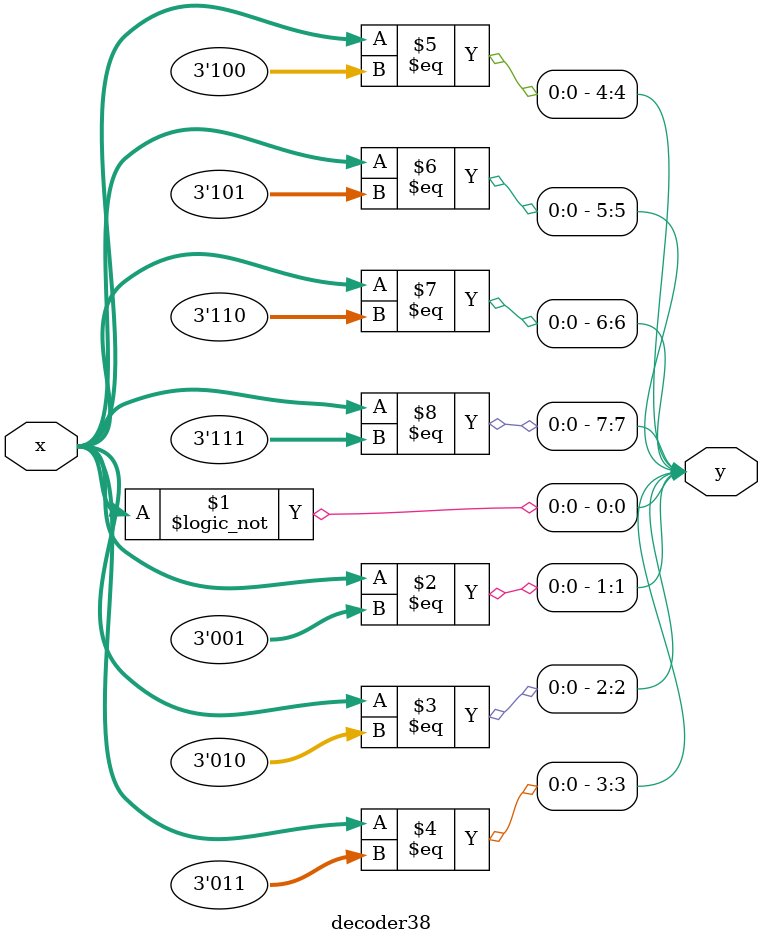
<source format=v>
module decoder38 (
    input wire [2 : 0] x,
    output wire [7 : 0] y

);
    assign y[0] = x==3'b000;
    assign y[1] = x==3'b001;
    assign y[2] = x==3'b010;
    assign y[3] = x==3'b011;
    assign y[4] = x==3'b100;
    assign y[5] = x==3'b101;
    assign y[6] = x==3'b110;
    assign y[7] = x==3'b111;
endmodule

</source>
